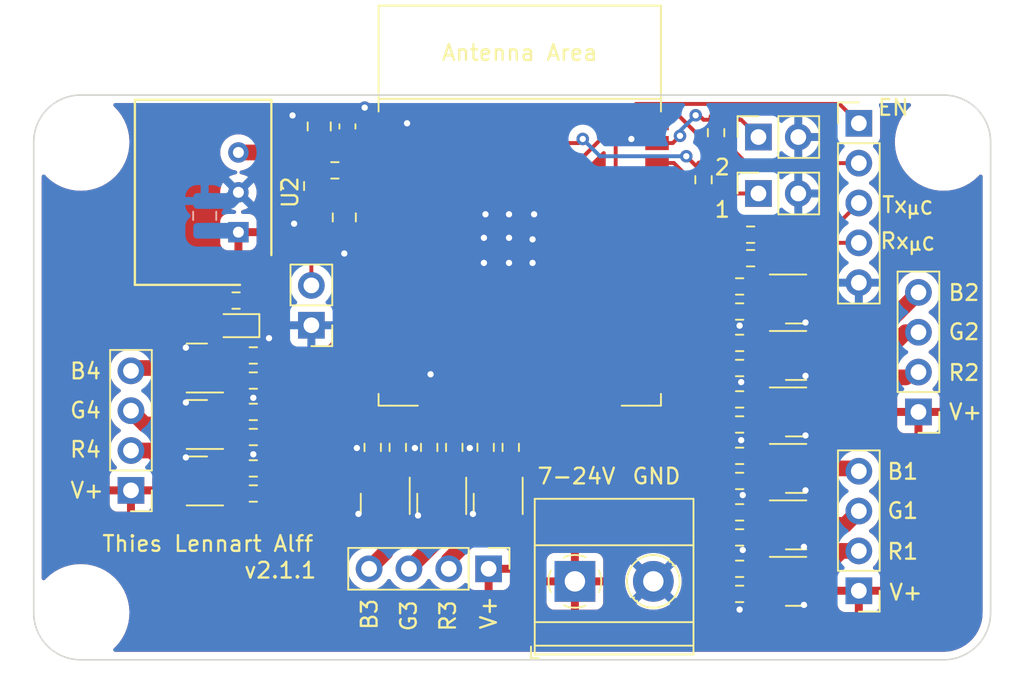
<source format=kicad_pcb>
(kicad_pcb (version 20221018) (generator pcbnew)

  (general
    (thickness 1.6)
  )

  (paper "A4")
  (layers
    (0 "F.Cu" signal)
    (31 "B.Cu" signal)
    (32 "B.Adhes" user "B.Adhesive")
    (33 "F.Adhes" user "F.Adhesive")
    (34 "B.Paste" user)
    (35 "F.Paste" user)
    (36 "B.SilkS" user "B.Silkscreen")
    (37 "F.SilkS" user "F.Silkscreen")
    (38 "B.Mask" user)
    (39 "F.Mask" user)
    (40 "Dwgs.User" user "User.Drawings")
    (41 "Cmts.User" user "User.Comments")
    (42 "Eco1.User" user "User.Eco1")
    (43 "Eco2.User" user "User.Eco2")
    (44 "Edge.Cuts" user)
    (45 "Margin" user)
    (46 "B.CrtYd" user "B.Courtyard")
    (47 "F.CrtYd" user "F.Courtyard")
    (48 "B.Fab" user)
    (49 "F.Fab" user)
    (50 "User.1" user)
    (51 "User.2" user)
    (52 "User.3" user)
    (53 "User.4" user)
    (54 "User.5" user)
    (55 "User.6" user)
    (56 "User.7" user)
    (57 "User.8" user)
    (58 "User.9" user)
  )

  (setup
    (stackup
      (layer "F.SilkS" (type "Top Silk Screen"))
      (layer "F.Paste" (type "Top Solder Paste"))
      (layer "F.Mask" (type "Top Solder Mask") (thickness 0.01))
      (layer "F.Cu" (type "copper") (thickness 0.035))
      (layer "dielectric 1" (type "core") (thickness 1.51) (material "FR4") (epsilon_r 4.5) (loss_tangent 0.02))
      (layer "B.Cu" (type "copper") (thickness 0.035))
      (layer "B.Mask" (type "Bottom Solder Mask") (thickness 0.01))
      (layer "B.Paste" (type "Bottom Solder Paste"))
      (layer "B.SilkS" (type "Bottom Silk Screen"))
      (copper_finish "None")
      (dielectric_constraints no)
    )
    (pad_to_mask_clearance 0)
    (pcbplotparams
      (layerselection 0x00010fc_ffffffff)
      (plot_on_all_layers_selection 0x0000000_00000000)
      (disableapertmacros false)
      (usegerberextensions false)
      (usegerberattributes true)
      (usegerberadvancedattributes true)
      (creategerberjobfile true)
      (dashed_line_dash_ratio 12.000000)
      (dashed_line_gap_ratio 3.000000)
      (svgprecision 6)
      (plotframeref false)
      (viasonmask false)
      (mode 1)
      (useauxorigin false)
      (hpglpennumber 1)
      (hpglpenspeed 20)
      (hpglpendiameter 15.000000)
      (dxfpolygonmode true)
      (dxfimperialunits true)
      (dxfusepcbnewfont true)
      (psnegative false)
      (psa4output false)
      (plotreference true)
      (plotvalue true)
      (plotinvisibletext false)
      (sketchpadsonfab false)
      (subtractmaskfromsilk false)
      (outputformat 1)
      (mirror false)
      (drillshape 1)
      (scaleselection 1)
      (outputdirectory "")
    )
  )

  (net 0 "")
  (net 1 "GND")
  (net 2 "+24V")
  (net 3 "+3V3")
  (net 4 "Net-(D1-Pad2)")
  (net 5 "Net-(J2-Pad3)")
  (net 6 "/BUTTON_1")
  (net 7 "/BUTTON_2")
  (net 8 "/RGB_2/pwm_nfet_1/SWITCHED_GND")
  (net 9 "/RGB_2/pwm_nfet_2/SWITCHED_GND")
  (net 10 "/RGB_2/pwm_nfet_3/SWITCHED_GND")
  (net 11 "/RGB_3/pwm_nfet_1/SWITCHED_GND")
  (net 12 "/RGB_3/pwm_nfet_2/SWITCHED_GND")
  (net 13 "/RGB_3/pwm_nfet_3/SWITCHED_GND")
  (net 14 "/RGB_1/pwm_nfet_1/SWITCHED_GND")
  (net 15 "/RGB_1/pwm_nfet_2/SWITCHED_GND")
  (net 16 "/RGB_1/pwm_nfet_3/SWITCHED_GND")
  (net 17 "/RGB_4/pwm_nfet_1/SWITCHED_GND")
  (net 18 "/RGB_4/pwm_nfet_2/SWITCHED_GND")
  (net 19 "/RGB_4/pwm_nfet_3/SWITCHED_GND")
  (net 20 "/EN")
  (net 21 "/BOOT_MODE")
  (net 22 "Net-(Q3-Pad1)")
  (net 23 "Net-(Q4-Pad1)")
  (net 24 "Net-(Q5-Pad1)")
  (net 25 "Net-(Q6-Pad1)")
  (net 26 "Net-(Q7-Pad1)")
  (net 27 "Net-(Q8-Pad1)")
  (net 28 "Net-(Q9-Pad1)")
  (net 29 "Net-(Q10-Pad1)")
  (net 30 "Net-(Q11-Pad1)")
  (net 31 "Net-(Q12-Pad1)")
  (net 32 "Net-(Q13-Pad1)")
  (net 33 "Net-(Q14-Pad1)")
  (net 34 "/TX_MC")
  (net 35 "/RX_MC")
  (net 36 "/RED_1_SIGNAL")
  (net 37 "/BLUE_1_SIGNAL")
  (net 38 "/RED_2_SIGNAL")
  (net 39 "/BLUE_2_SIGNAL")
  (net 40 "/GREEN_2_SIGNAL")
  (net 41 "/RED_3_SIGNAL")
  (net 42 "/BLUE_3_SIGNAL")
  (net 43 "/GREEN_3_SIGNAL")
  (net 44 "/RED_4_SIGNAL")
  (net 45 "/BLUE_4_SIGNAL")
  (net 46 "/GREEN_1_SIGNAL")
  (net 47 "/GREEN_4_SIGNAL")
  (net 48 "unconnected-(U1-Pad9)")
  (net 49 "unconnected-(U1-Pad8)")
  (net 50 "unconnected-(U1-Pad7)")
  (net 51 "unconnected-(U1-Pad6)")
  (net 52 "unconnected-(U1-Pad5)")
  (net 53 "unconnected-(U1-Pad4)")
  (net 54 "unconnected-(U1-Pad17)")
  (net 55 "unconnected-(U1-Pad18)")
  (net 56 "unconnected-(U1-Pad19)")
  (net 57 "unconnected-(U1-Pad20)")
  (net 58 "unconnected-(U1-Pad21)")
  (net 59 "unconnected-(U1-Pad22)")
  (net 60 "unconnected-(U1-Pad23)")
  (net 61 "unconnected-(U1-Pad24)")
  (net 62 "unconnected-(U1-Pad32)")
  (net 63 "unconnected-(U1-Pad33)")
  (net 64 "Net-(J2-Pad4)")

  (footprint "Resistor_SMD:R_0603_1608Metric" (layer "F.Cu") (at 107.81 100.4625 -90))

  (footprint "Resistor_SMD:R_0603_1608Metric" (layer "F.Cu") (at 123.7 83.4 90))

  (footprint "Connector_PinSocket_2.54mm:PinSocket_1x02_P2.54mm_Vertical" (layer "F.Cu") (at 127.2 84.275 90))

  (footprint "Resistor_SMD:R_0603_1608Metric" (layer "F.Cu") (at 95 101.8))

  (footprint "custom:MountingHole_3.2mm_M3_ISO7380" (layer "F.Cu") (at 139 81))

  (footprint "Resistor_SMD:R_0603_1608Metric" (layer "F.Cu") (at 104.21 100.4625 -90))

  (footprint "LED_SMD:LED_0603_1608Metric" (layer "F.Cu") (at 93.9 92.7 180))

  (footprint "Espressif:ESP32-WROOM-32E" (layer "F.Cu") (at 111.985 86.8))

  (footprint "custom:MountingHole_3.2mm_M3_ISO7380" (layer "F.Cu") (at 84 111))

  (footprint "Connector_PinHeader_2.54mm:PinHeader_1x04_P2.54mm_Vertical" (layer "F.Cu") (at 110 108.2 -90))

  (footprint "Resistor_SMD:R_0603_1608Metric" (layer "F.Cu") (at 126 101))

  (footprint "Resistor_SMD:R_0603_1608Metric" (layer "F.Cu") (at 126 97.4))

  (footprint "Resistor_SMD:R_0603_1608Metric" (layer "F.Cu") (at 93.9 91.1))

  (footprint "Connector_PinHeader_2.54mm:PinHeader_1x02_P2.54mm_Vertical" (layer "F.Cu") (at 98.7 92.675 180))

  (footprint "Connector_PinHeader_2.54mm:PinHeader_1x04_P2.54mm_Vertical" (layer "F.Cu") (at 133.6 109.6 180))

  (footprint "Connector_PinHeader_2.54mm:PinHeader_1x04_P2.54mm_Vertical" (layer "F.Cu") (at 137.4 98.2 180))

  (footprint "TerminalBlock_Phoenix:TerminalBlock_Phoenix_MKDS-1,5-2_1x02_P5.00mm_Horizontal" (layer "F.Cu") (at 115.5 109))

  (footprint "Connector_PinHeader_2.54mm:PinHeader_1x05_P2.54mm_Vertical" (layer "F.Cu") (at 133.6 79.8))

  (footprint "Package_TO_SOT_SMD:SOT-23" (layer "F.Cu") (at 129.6 91))

  (footprint "Package_TO_SOT_SMD:SOT-23" (layer "F.Cu") (at 91.4 102.6 180))

  (footprint "Resistor_SMD:R_0603_1608Metric" (layer "F.Cu") (at 95 94.6))

  (footprint "Resistor_SMD:R_0603_1608Metric" (layer "F.Cu") (at 126 106.2 180))

  (footprint "Resistor_SMD:R_0603_1608Metric" (layer "F.Cu") (at 95 99.8 180))

  (footprint "Package_SIP:SIP3_11.6x8.5mm" (layer "F.Cu") (at 94.05 86.74 90))

  (footprint "Resistor_SMD:R_0603_1608Metric" (layer "F.Cu") (at 126 108.2))

  (footprint "Resistor_SMD:R_0603_1608Metric" (layer "F.Cu") (at 106.21 100.4625 90))

  (footprint "Resistor_SMD:R_0603_1608Metric" (layer "F.Cu") (at 126 104.6))

  (footprint "Resistor_SMD:R_0603_1608Metric" (layer "F.Cu") (at 100.2 82.8))

  (footprint "Package_TO_SOT_SMD:SOT-23" (layer "F.Cu") (at 91.4 99 180))

  (footprint "Package_TO_SOT_SMD:SOT-23" (layer "F.Cu") (at 129.6 101.8))

  (footprint "Package_TO_SOT_SMD:SOT-23" (layer "F.Cu") (at 129.6 109))

  (footprint "Resistor_SMD:R_0603_1608Metric" (layer "F.Cu") (at 102.61 100.4625 90))

  (footprint "custom:MountingHole_3.2mm_M3_ISO7380" (layer "F.Cu") (at 84 81))

  (footprint "Resistor_SMD:R_0603_1608Metric" (layer "F.Cu") (at 124.5 80.4 -90))

  (footprint "Capacitor_SMD:C_0805_2012Metric" (layer "F.Cu") (at 99.2 80 90))

  (footprint "Connector_PinHeader_2.54mm:PinHeader_1x04_P2.54mm_Vertical" (layer "F.Cu") (at 87.2 103.2 180))

  (footprint "Package_TO_SOT_SMD:SOT-23" (layer "F.Cu") (at 107.01 104.0625 -90))

  (footprint "Resistor_SMD:R_0603_1608Metric" (layer "F.Cu") (at 95 98.2))

  (footprint "Resistor_SMD:R_0603_1608Metric" (layer "F.Cu") (at 126 95.4 180))

  (footprint "Capacitor_SMD:C_0805_2012Metric" (layer "F.Cu") (at 100.8 85.8 90))

  (footprint "Resistor_SMD:R_0603_1608Metric" (layer "F.Cu") (at 111.41 100.4625 -90))

  (footprint "Resistor_SMD:R_0603_1608Metric" (layer "F.Cu") (at 126 90.2))

  (footprint "Package_TO_SOT_SMD:SOT-23" (layer "F.Cu") (at 91.4 95.4 180))

  (footprint "Package_TO_SOT_SMD:SOT-23" (layer "F.Cu") (at 110.61 104.0625 -90))

  (footprint "Capacitor_SMD:C_0603_1608Metric" (layer "F.Cu") (at 101 80 90))

  (footprint "Package_TO_SOT_SMD:SOT-23" (layer "F.Cu") (at 103.41 104.0625 -90))

  (footprint "Resistor_SMD:R_0603_1608Metric" (layer "F.Cu") (at 126.7 88.4))

  (footprint "Resistor_SMD:R_0603_1608Metric" (layer "F.Cu") (at 126 102.6 180))

  (footprint "Resistor_SMD:R_0603_1608Metric" (layer "F.Cu") (at 126 109.8 180))

  (footprint "Capacitor_SMD:C_0805_2012Metric" (layer "F.Cu") (at 97.5 83.8 -90))

  (footprint "Resistor_SMD:R_0603_1608Metric" (layer "F.Cu") (at 109.81 100.4625 90))

  (footprint "Connector_PinSocket_2.54mm:PinSocket_1x02_P2.54mm_Vertical" (layer "F.Cu")
    (tstamp e88c1464-0383-41ff-8b0e-540172a1764b)
    (at 127.2 80.675 90)
    (descr "Through hole straight socket strip, 1x02, 2.54mm pitch, single row (from Kicad 4.0.7), script generated")
    (tags "Through hole socket strip THT 1x02 2.54mm single row")
    (property "Sheetfile" "led_strip_esp32.kicad_sch")
    (property "Sheetname" "")
    (path "/9cdb4e20-944f-4dfc-8808-9853e8f5db6b")
    (attr through_hole)
    (fp_text reference "J8" (at 0 -2.77 90) (layer "F.SilkS") hide
        (effects (font (size 1 1) (thickness 0.15)))
      (tstamp 2431cc3a-ad9b-49d1-8c68-d93481923a2a)
    )
    (fp_text value "BTN2" (at 0 5.31 90) (layer "F.Fab")
        (effects (font (size 1 1) (thickness 0.15)))
      (tstamp 20f8f8e1-00b8-4150-87f2-ee977756789d)
    )
    (fp_text user "${REFERENCE}" (at 0 1.27) (layer "F.Fab")
        (effects (font (size 1 1) (thickness 0.15)))
      (tstamp 2ad1156c-5462-4c29-a1e1-f092b0ddabe3)
    )
    (fp_line (start -1.33 1.27) (end -1.33 3.87)
      (stroke (width 0.12) (type solid)) (layer "F.SilkS") (tstamp 283d21eb-aba0-46bd-9967-ce173e96a637))
    (fp_line (start -1.33 1.27) (end 1.33 1.27)
      (stroke (width 0.12) (type solid)) (layer "F.SilkS") (tstamp 81aaf2b0-cc66-4b26-8580-2cab1a066bcd))
    (fp_line (start -1.33 3.87) (end 1.33 3.87)
      (stroke (width 0.12) (type solid)) (layer "F.SilkS") (tstamp 628b68c7-cb6b-4723-91f8-330e7191c6b2))
    (fp_line (start 0 -1.33) (end 1.33 -1.33)
      (stroke (width 0.12) (type solid)) (layer "F.SilkS") (tstamp 9a9b7e0e-1dd8-4193-a719-48a4588e5a20))
    (fp_line (start 1.33 -1.33) (end 1.33 0)
      (stroke (width 0.12) (type solid)) (layer "F.SilkS") (tstamp 656d3c97-af37-4538-a298-64fac797184f))
    (fp_line (start 1.33 1.27) (end 1.33 3.87)
      (stroke (width 0.12) (type solid)) (layer "F.SilkS") (tstamp 55edc68c-a5f2-4247-b8df-e1a9c54ee9f5))
    (fp_
... [296264 chars truncated]
</source>
